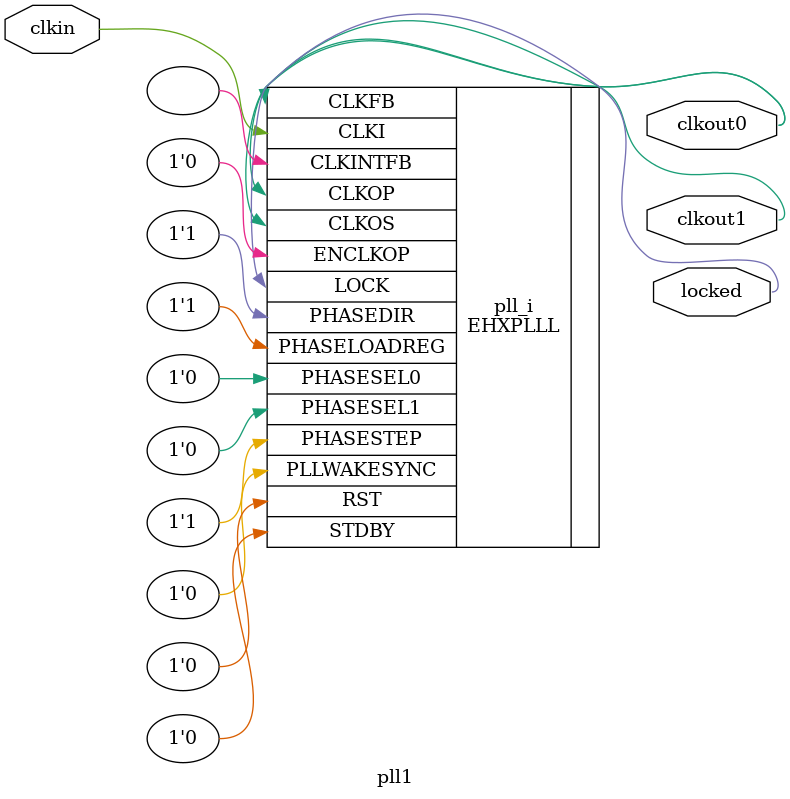
<source format=v>
module pll0
(
    input clkin, // 48 MHz, 0 deg
    output clkout0, // 100 MHz, 0 deg
    output clkout1, // 50 MHz, 0 deg
    output locked
);
(* FREQUENCY_PIN_CLKI="48" *)
(* FREQUENCY_PIN_CLKOP="100" *)
(* FREQUENCY_PIN_CLKOS="50" *)
(* ICP_CURRENT="12" *) (* LPF_RESISTOR="8" *) (* MFG_ENABLE_FILTEROPAMP="1" *) (* MFG_GMCREF_SEL="2" *)
EHXPLLL #(
        .PLLRST_ENA("DISABLED"),
        .INTFB_WAKE("DISABLED"),
        .STDBY_ENABLE("DISABLED"),
        .DPHASE_SOURCE("DISABLED"),
        .OUTDIVIDER_MUXA("DIVA"),
        .OUTDIVIDER_MUXB("DIVB"),
        .OUTDIVIDER_MUXC("DIVC"),
        .OUTDIVIDER_MUXD("DIVD"),
        .CLKI_DIV(12),
        .CLKOP_ENABLE("ENABLED"),
        .CLKOP_DIV(6),
        .CLKOP_CPHASE(2),
        .CLKOP_FPHASE(0),
        .CLKOS_ENABLE("ENABLED"),
        .CLKOS_DIV(12),
        .CLKOS_CPHASE(2),
        .CLKOS_FPHASE(0),
        .FEEDBK_PATH("CLKOP"),
        .CLKFB_DIV(25)
    ) pll_i (
        .RST(1'b0),
        .STDBY(1'b0),
        .CLKI(clkin),
        .CLKOP(clkout0),
        .CLKOS(clkout1),
        .CLKFB(clkout0),
        .CLKINTFB(),
        .PHASESEL0(1'b0),
        .PHASESEL1(1'b0),
        .PHASEDIR(1'b1),
        .PHASESTEP(1'b1),
        .PHASELOADREG(1'b1),
        .PLLWAKESYNC(1'b0),
        .ENCLKOP(1'b0),
        .LOCK(locked)
	);
endmodule

module pll1
(
    input clkin, // 100 MHz, 0 deg
    output clkout0, // 125 MHz, 0 deg
    output clkout1, // 25 MHz, 0 deg
    output locked
);
(* FREQUENCY_PIN_CLKI="100" *)
(* FREQUENCY_PIN_CLKOP="125" *)
(* FREQUENCY_PIN_CLKOS="25" *)
(* ICP_CURRENT="12" *) (* LPF_RESISTOR="8" *) (* MFG_ENABLE_FILTEROPAMP="1" *) (* MFG_GMCREF_SEL="2" *)
EHXPLLL #(
        .PLLRST_ENA("DISABLED"),
        .INTFB_WAKE("DISABLED"),
        .STDBY_ENABLE("DISABLED"),
        .DPHASE_SOURCE("DISABLED"),
        .OUTDIVIDER_MUXA("DIVA"),
        .OUTDIVIDER_MUXB("DIVB"),
        .OUTDIVIDER_MUXC("DIVC"),
        .OUTDIVIDER_MUXD("DIVD"),
        .CLKI_DIV(4),
        .CLKOP_ENABLE("ENABLED"),
        .CLKOP_DIV(5),
        .CLKOP_CPHASE(2),
        .CLKOP_FPHASE(0),
        .CLKOS_ENABLE("ENABLED"),
        .CLKOS_DIV(25),
        .CLKOS_CPHASE(2),
        .CLKOS_FPHASE(0),
        .FEEDBK_PATH("CLKOP"),
        .CLKFB_DIV(5)
    ) pll_i (
        .RST(1'b0),
        .STDBY(1'b0),
        .CLKI(clkin),
        .CLKOP(clkout0),
        .CLKOS(clkout1),
        .CLKFB(clkout0),
        .CLKINTFB(),
        .PHASESEL0(1'b0),
        .PHASESEL1(1'b0),
        .PHASEDIR(1'b1),
        .PHASESTEP(1'b1),
        .PHASELOADREG(1'b1),
        .PLLWAKESYNC(1'b0),
        .ENCLKOP(1'b0),
        .LOCK(locked)
	);
endmodule

</source>
